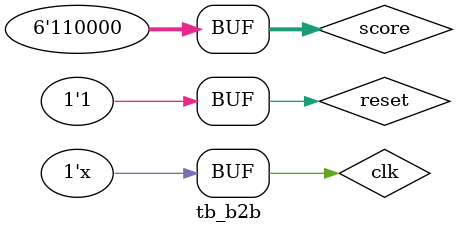
<source format=v>
`timescale 1ns / 100ps  
 
module tb_b2b;  
    wire [7:0] segsig;
	 wire [2:0] bitsig;
    reg clk;   
    //wire [11:0] bcd;
	 reg [5:0] score;
	 reg reset;
      
   top_digital td(
		.clk(clk),
		.reset(reset),
		.bin(score),
		.segsig(segsig),
		.bitsig(bitsig)
		//.bcd(bcd)
	 );
//	bin2BCD bb(
//		.clk(clk),
	//	.reset(reset),
	//	.bcd(bcd),
	//	.bin(score)
	//	);
			 
      
    always #10 clk = ~clk;  
      
    initial begin  
        clk = 0;
		  score = 6'b0;
		  reset = 1;
		  #10;
		  reset = 0;
		  #10;
		  reset = 1;
		  #50;
		  score = 6'd5;
		  #100000;
		  score = 6'd9;
		  #100000;
		  score = 6'd10;
		  #100000;
		  score = 6'd15;
		  #100000;
		  score = 6'd21;
		  		  #10000;
		  score = 6'd33;
		  		  #10000;
		  score = 6'd37;
		  		  #10000;
		  score = 6'd48;
		  
    end  
      
endmodule

</source>
